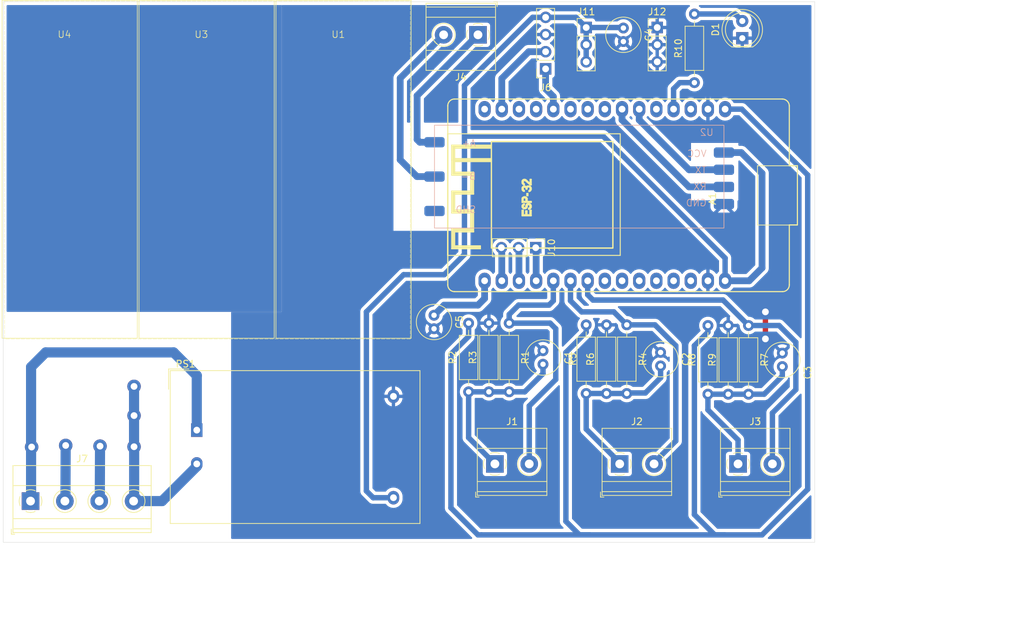
<source format=kicad_pcb>
(kicad_pcb (version 20240108) (generator "pcbnew") (generator_version "8.0")
  (layers (0 "F.Cu" signal) (31 "B.Cu" signal) (34 "B.Paste" user) (35 "F.Paste" user) (36 "B.SilkS" user "B.Silkscreen") (37 "F.SilkS" user "F.Silkscreen") (38 "B.Mask" user) (39 "F.Mask" user) (44 "Edge.Cuts" user))
  (net 0 "")
  (net 1 "D21{slash}SDA")
  (net 2 "DAC2{slash}ADC2_CH9{slash}D26")
  (net 3 "ADC1_CH4{slash}D32")
  (net 4 "ADC1_CH6{slash}D34")
  (net 5 "D2{slash}ADC2_CH2")
  (net 6 "D15{slash}ADC2_CH3")
  (net 7 "ADC1_CH3{slash}VN")
  (net 8 "RX0{slash}GPIO3")
  (net 9 "D5")
  (net 10 "ADC1_CH5{slash}D33")
  (net 11 "EN")
  (net 12 "D22{slash}SCL")
  (net 13 "D4{slash}ADC2_CH0")
  (net 14 "RX2{slash}GPIO16")
  (net 15 "GND")
  (net 16 "ADC1_CH0{slash}VP")
  (net 17 "+5V")
  (net 18 "D19")
  (net 19 "ADC2_CH5{slash}D12")
  (net 20 "D23")
  (net 21 "ADC1_CH7{slash}D35")
  (net 22 "ADC2_CH7{slash}D27")
  (net 23 "D18")
  (net 24 "+3.3V")
  (net 25 "DAC1{slash}ADC2_CH8{slash}D25")
  (net 26 "TX0{slash}GPIO1")
  (net 27 "ADC2_CH6{slash}D14")
  (net 28 "ADC2_CH4{slash}D13")
  (net 29 "TX2{slash}GPIO17")
  (net 30 "Net-(D1-Pad2)")
  (net 31 "V_L1")
  (net 32 "N")
  (net 34 "Net-(J1-Pin_1)")
  (net 35 "Net-(J2-Pin_1)")
  (net 36 "Net-(J3-Pin_1)")
  (net 37 "Net-(J4-Pin_1)")
  (net 38 "Net-(J4-Pin_2)")
  (net 39 "V_L3")
  (net 40 "V_L2")
  (footprint "Capacitor_THT:C_Radial_D5.0mm_H11.0mm_P2.00mm" (layer "F.Cu") (at 104.615 72.75 -90)
    (property "Reference" "C1" (at 1 -3.75 90) (layer "F.SilkS"))
    (property "Value" "10u")
    (pad "1" thru_hole circle (at 0 0 270) (size 1.6 1.6) (drill 0.8) (layers "*.Cu" "*.Mask") (net 15 "GND"))
    (pad "2" thru_hole circle (at 2 0 270) (size 1.6 1.6) (drill 0.8) (layers "*.Cu" "*.Mask") (net 34 "Net-(J1-Pin_1)"))
  )
  (footprint "TerminalBlock_Phoenix:TerminalBlock_Phoenix_MKDS-1,5-4-5.08_1x04_P5.08mm_Horizontal" (layer "F.Cu") (at 28.84 95)
    (property "Reference" "J7" (at 7.62 -6.26 0) (layer "F.SilkS"))
    (property "Value" "V_IN")
    (pad "1" thru_hole rect (at 0 0) (size 2.6 2.6) (drill 1.3) (layers "*.Cu" "*.Mask") (net 31 "V_L1"))
    (pad "2" thru_hole circle (at 5.08 0) (size 2.6 2.6) (drill 1.3) (layers "*.Cu" "*.Mask") (net 40 "V_L2"))
    (pad "3" thru_hole circle (at 10.16 0) (size 2.6 2.6) (drill 1.3) (layers "*.Cu" "*.Mask") (net 39 "V_L3"))
    (pad "4" thru_hole circle (at 15.24 0) (size 2.6 2.6) (drill 1.3) (layers "*.Cu" "*.Mask") (net 32 "N"))
  )
  (footprint "TerminalBlock_Phoenix:TerminalBlock_Phoenix_MKDS-1,5-2-5.08_1x02_P5.08mm_Horizontal" (layer "F.Cu") (at 115.955 89.5)
    (property "Reference" "J2" (at 2.54 -6.26 0) (layer "F.SilkS"))
    (property "Value" "EASTRON")
    (pad "1" thru_hole rect (at 0 0) (size 2.6 2.6) (drill 1.3) (layers "*.Cu" "*.Mask") (net 35 "Net-(J2-Pin_1)"))
    (pad "2" thru_hole circle (at 5.08 0) (size 2.6 2.6) (drill 1.3) (layers "*.Cu" "*.Mask") (net 3 "ADC1_CH4{slash}D32"))
  )
  (footprint "TerminalBlock_Phoenix:TerminalBlock_Phoenix_MKDS-1,5-2-5.08_1x02_P5.08mm_Horizontal" (layer "F.Cu") (at 95 26 180)
    (property "Reference" "J4" (at 2.54 -6.26 180) (layer "F.SilkS"))
    (property "Value" "EASTRON")
    (pad "1" thru_hole rect (at 0 0 180) (size 2.6 2.6) (drill 1.3) (layers "*.Cu" "*.Mask") (net 37 "Net-(J4-Pin_1)"))
    (pad "2" thru_hole circle (at 5.08 0 180) (size 2.6 2.6) (drill 1.3) (layers "*.Cu" "*.Mask") (net 38 "Net-(J4-Pin_2)"))
  )
  (footprint "Resistor_THT:R_Axial_DIN0207_L6.3mm_D2.5mm_P10.16mm_Horizontal" (layer "F.Cu") (at 111 79.08 90)
    (property "Reference" "R5" (at 5.08 -2 -90) (layer "F.SilkS"))
    (property "Value" "10K")
    (pad "1" thru_hole circle (at 0 0 90) (size 1.6 1.6) (drill 0.8) (layers "*.Cu" "*.Mask") (net 35 "Net-(J2-Pin_1)"))
    (pad "2" thru_hole oval (at 10.16 0 90) (size 1.6 1.6) (drill 0.8) (layers "*.Cu" "*.Mask") (net 24 "+3.3V"))
  )
  (footprint "Connector_PinSocket_2.54mm:PinSocket_1x04_P2.54mm_Vertical" (layer "F.Cu") (at 105 31.04 180)
    (property "Reference" "J6" (at 0 -2.77 180) (layer "F.SilkS"))
    (property "Value" "DISPLAY")
    (pad "1" thru_hole rect (at 0 0 180) (size 1.7 1.7) (drill 1) (layers "*.Cu" "*.Mask") (net 1 "D21{slash}SDA"))
    (pad "2" thru_hole oval (at 0 2.54 180) (size 1.7 1.7) (drill 1) (layers "*.Cu" "*.Mask") (net 12 "D22{slash}SCL"))
    (pad "3" thru_hole oval (at 0 5.08 180) (size 1.7 1.7) (drill 1) (layers "*.Cu" "*.Mask") (net 15 "GND"))
    (pad "4" thru_hole oval (at 0 7.62 180) (size 1.7 1.7) (drill 1) (layers "*.Cu" "*.Mask") (net 17 "+5V"))
  )
  (footprint "Resistor_THT:R_Axial_DIN0207_L6.3mm_D2.5mm_P10.16mm_Horizontal" (layer "F.Cu") (at 135 69.02 -90)
    (property "Reference" "R7" (at 5.08 -2.37 90) (layer "F.SilkS"))
    (property "Value" "22")
    (pad "1" thru_hole circle (at 0 0 270) (size 1.6 1.6) (drill 0.8) (layers "*.Cu" "*.Mask") (net 10 "ADC1_CH5{slash}D33"))
    (pad "2" thru_hole oval (at 10.16 0 270) (size 1.6 1.6) (drill 0.8) (layers "*.Cu" "*.Mask") (net 36 "Net-(J3-Pin_1)"))
  )
  (footprint "PCM_SL_Development_Boards:DOIT_ESP32_DEVKIT_30Pins" (layer "F.Cu") (at 131.54 37 -90)
    (property "Reference" "A1" (at 13.253071 1.86 90) (layer "F.SilkS"))
    (property "Value" "ESP32")
    (pad "1" thru_hole oval (at 0 0 180) (size 1.8 2.4) (drill 1) (layers "*.Cu" "*.Mask") (net 24 "+3.3V"))
    (pad "2" thru_hole oval (at 0 2.54 180) (size 1.8 2.4) (drill 1) (layers "*.Cu" "*.Mask") (net 15 "GND"))
    (pad "3" thru_hole oval (at 0 5.08 180) (size 1.8 2.4) (drill 1) (layers "*.Cu" "*.Mask") (net 6 "D15{slash}ADC2_CH3"))
    (pad "4" thru_hole oval (at 0 7.62 180) (size 1.8 2.4) (drill 1) (layers "*.Cu" "*.Mask") (net 5 "D2{slash}ADC2_CH2"))
    (pad "5" thru_hole oval (at 0 10.16 180) (size 1.8 2.4) (drill 1) (layers "*.Cu" "*.Mask") (net 13 "D4{slash}ADC2_CH0"))
    (pad "6" thru_hole oval (at 0 12.7 180) (size 1.8 2.4) (drill 1) (layers "*.Cu" "*.Mask") (net 14 "RX2{slash}GPIO16"))
    (pad "7" thru_hole oval (at 0 15.24 180) (size 1.8 2.4) (drill 1) (layers "*.Cu" "*.Mask") (net 29 "TX2{slash}GPIO17"))
    (pad "8" thru_hole oval (at 0 17.78 180) (size 1.8 2.4) (drill 1) (layers "*.Cu" "*.Mask") (net 9 "D5"))
    (pad "9" thru_hole oval (at 0 20.32 180) (size 1.8 2.4) (drill 1) (layers "*.Cu" "*.Mask") (net 23 "D18"))
    (pad "10" thru_hole oval (at 0 22.86 180) (size 1.8 2.4) (drill 1) (layers "*.Cu" "*.Mask") (net 18 "D19"))
    (pad "11" thru_hole oval (at 0 25.4 180) (size 1.8 2.4) (drill 1) (layers "*.Cu" "*.Mask") (net 1 "D21{slash}SDA"))
    (pad "12" thru_hole oval (at 0 27.94 180) (size 1.8 2.4) (drill 1) (layers "*.Cu" "*.Mask") (net 8 "RX0{slash}GPIO3"))
    (pad "13" thru_hole oval (at 0 30.48 180) (size 1.8 2.4) (drill 1) (layers "*.Cu" "*.Mask") (net 26 "TX0{slash}GPIO1"))
    (pad "14" thru_hole oval (at 0 33.02 180) (size 1.8 2.4) (drill 1) (layers "*.Cu" "*.Mask") (net 12 "D22{slash}SCL"))
    (pad "15" thru_hole oval (at 0 35.56 180) (size 1.8 2.4) (drill 1) (layers "*.Cu" "*.Mask") (net 20 "D23"))
    (pad "16" thru_hole oval (at 25.4 35.56 180) (size 1.8 2.4) (drill 1) (layers "*.Cu" "*.Mask") (net 11 "EN"))
    (pad "17" thru_hole oval (at 25.4 33.02 180) (size 1.8 2.4) (drill 1) (layers "*.Cu" "*.Mask") (net 16 "ADC1_CH0{slash}VP"))
    (pad "18" thru_hole oval (at 25.4 30.48 180) (size 1.8 2.4) (drill 1) (layers "*.Cu" "*.Mask") (net 7 "ADC1_CH3{slash}VN"))
    (pad "19" thru_hole oval (at 25.4 27.94 180) (size 1.8 2.4) (drill 1) (layers "*.Cu" "*.Mask") (net 4 "ADC1_CH6{slash}D34"))
    (pad "20" thru_hole oval (at 25.4 25.4 180) (size 1.8 2.4) (drill 1) (layers "*.Cu" "*.Mask") (net 21 "ADC1_CH7{slash}D35"))
    (pad "21" thru_hole oval (at 25.4 22.86 180) (size 1.8 2.4) (drill 1) (layers "*.Cu" "*.Mask") (net 3 "ADC1_CH4{slash}D32"))
    (pad "22" thru_hole oval (at 25.4 20.32 180) (size 1.8 2.4) (drill 1) (layers "*.Cu" "*.Mask") (net 10 "ADC1_CH5{slash}D33"))
    (pad "23" thru_hole oval (at 25.4 17.78 180) (size 1.8 2.4) (drill 1) (layers "*.Cu" "*.Mask") (net 25 "DAC1{slash}ADC2_CH8{slash}D25"))
    (pad "24" thru_hole oval (at 25.4 15.24 180) (size 1.8 2.4) (drill 1) (layers "*.Cu" "*.Mask") (net 2 "DAC2{slash}ADC2_CH9{slash}D26"))
    (pad "25" thru_hole oval (at 25.4 12.7 180) (size 1.8 2.4) (drill 1) (layers "*.Cu" "*.Mask") (net 22 "ADC2_CH7{slash}D27"))
    (pad "26" thru_hole oval (at 25.4 10.16 180) (size 1.8 2.4) (drill 1) (layers "*.Cu" "*.Mask") (net 27 "ADC2_CH6{slash}D14"))
    (pad "27" thru_hole oval (at 25.4 7.62 180) (size 1.8 2.4) (drill 1) (layers "*.Cu" "*.Mask") (net 19 "ADC2_CH5{slash}D12"))
    (pad "28" thru_hole oval (at 25.4 5.08 180) (size 1.8 2.4) (drill 1) (layers "*.Cu" "*.Mask") (net 28 "ADC2_CH4{slash}D13"))
    (pad "29" thru_hole oval (at 25.4 2.54 180) (size 1.8 2.4) (drill 1) (layers "*.Cu" "*.Mask") (net 15 "GND"))
    (pad "30" thru_hole oval (at 25.4 0 180) (size 1.8 2.4) (drill 1) (layers "*.Cu" "*.Mask") (net 17 "+5V"))
  )
  (footprint "Modules_Custom:ZMB101-SIZE" (layer "F.Cu") (at 24.575 70.9)
    (property "Reference" "U4" (at 9.275 -44.95 0) (layer "F.SilkS") (effects (font (thickness 0.1))))
    (property "Value" "ZMPT101B_MOD")
  )
  (footprint "TerminalBlock_Phoenix:TerminalBlock_Phoenix_MKDS-1,5-2-5.08_1x02_P5.08mm_Horizontal" (layer "F.Cu") (at 97.5 89.5)
    (property "Reference" "J1" (at 2.54 -6.26 0) (layer "F.SilkS"))
    (property "Value" "EASTRON")
    (pad "1" thru_hole rect (at 0 0) (size 2.6 2.6) (drill 1.3) (layers "*.Cu" "*.Mask") (net 34 "Net-(J1-Pin_1)"))
    (pad "2" thru_hole circle (at 5.08 0) (size 2.6 2.6) (drill 1.3) (layers "*.Cu" "*.Mask") (net 21 "ADC1_CH7{slash}D35"))
  )
  (footprint "Resistor_THT:R_Axial_DIN0207_L6.3mm_D2.5mm_P10.16mm_Horizontal" (layer "F.Cu") (at 93.615 78.83 90)
    (property "Reference" "R2" (at 5.08 -2.37 -90) (layer "F.SilkS"))
    (property "Value" "10K")
    (pad "1" thru_hole circle (at 0 0 90) (size 1.6 1.6) (drill 0.8) (layers "*.Cu" "*.Mask") (net 34 "Net-(J1-Pin_1)"))
    (pad "2" thru_hole oval (at 10.16 0 90) (size 1.6 1.6) (drill 0.8) (layers "*.Cu" "*.Mask") (net 24 "+3.3V"))
  )
  (footprint "Resistor_THT:R_Axial_DIN0207_L6.3mm_D2.5mm_P10.16mm_Horizontal" (layer "F.Cu") (at 127 33.08 90)
    (property "Reference" "R10" (at 5.08 -2.37 -90) (layer "F.SilkS"))
    (property "Value" "470")
    (pad "1" thru_hole circle (at 0 0 90) (size 1.6 1.6) (drill 0.8) (layers "*.Cu" "*.Mask") (net 5 "D2{slash}ADC2_CH2"))
    (pad "2" thru_hole oval (at 10.16 0 90) (size 1.6 1.6) (drill 0.8) (layers "*.Cu" "*.Mask") (net 30 "Net-(D1-Pad2)"))
  )
  (footprint "TerminalBlock_Phoenix:TerminalBlock_Phoenix_MKDS-1,5-2-5.08_1x02_P5.08mm_Horizontal" (layer "F.Cu") (at 133.455 89.5)
    (property "Reference" "J3" (at 2.54 -6.26 0) (layer "F.SilkS"))
    (property "Value" "EASTRON")
    (pad "1" thru_hole rect (at 0 0) (size 2.6 2.6) (drill 1.3) (layers "*.Cu" "*.Mask") (net 36 "Net-(J3-Pin_1)"))
    (pad "2" thru_hole circle (at 5.08 0) (size 2.6 2.6) (drill 1.3) (layers "*.Cu" "*.Mask") (net 10 "ADC1_CH5{slash}D33"))
  )
  (footprint "Capacitor_THT:C_Radial_D5.0mm_H11.0mm_P2.00mm" (layer "F.Cu") (at 88.5 67.5 -90)
    (property "Reference" "C5" (at 1 -3.75 90) (layer "F.SilkS"))
    (property "Value" "C")
    (pad "1" thru_hole circle (at 0 0 270) (size 1.6 1.6) (drill 0.8) (layers "*.Cu" "*.Mask") (net 11 "EN"))
    (pad "2" thru_hole circle (at 2 0 270) (size 1.6 1.6) (drill 0.8) (layers "*.Cu" "*.Mask") (net 15 "GND"))
  )
  (footprint "Resistor_THT:R_Axial_DIN0207_L6.3mm_D2.5mm_P10.16mm_Horizontal" (layer "F.Cu") (at 99.615 68.67 -90)
    (property "Reference" "R1" (at 5.08 -2.37 90) (layer "F.SilkS"))
    (property "Value" "22")
    (pad "1" thru_hole circle (at 0 0 270) (size 1.6 1.6) (drill 0.8) (layers "*.Cu" "*.Mask") (net 21 "ADC1_CH7{slash}D35"))
    (pad "2" thru_hole oval (at 10.16 0 270) (size 1.6 1.6) (drill 0.8) (layers "*.Cu" "*.Mask") (net 34 "Net-(J1-Pin_1)"))
  )
  (footprint "Converter_ACDC:Converter_ACDC_Hi-Link_HLK-PMxx" (layer "F.Cu") (at 53.42 84.5)
    (property "Reference" "PS1" (at -1.66 -9.79 0) (layer "F.SilkS"))
    (property "Value" "HLK-PM03")
    (pad "1" thru_hole rect (at 0 0) (size 1.7 2) (drill 1) (layers "*.Cu" "*.Mask") (net 31 "V_L1"))
    (pad "2" thru_hole oval (at 0 5) (size 1.7 2) (drill 1) (layers "*.Cu" "*.Mask") (net 32 "N"))
    (pad "3" thru_hole oval (at 29.08 -5) (size 1.7 2) (drill 1) (layers "*.Cu" "*.Mask") (net 15 "GND"))
    (pad "4" thru_hole oval (at 29.08 10) (size 1.7 2) (drill 1) (layers "*.Cu" "*.Mask") (net 17 "+5V"))
  )
  (footprint "Modules_Custom:ZMB101-SIZE" (layer "F.Cu") (at 44.825 70.9)
    (property "Reference" "U3" (at 9.275 -44.95 0) (layer "F.SilkS") (effects (font (thickness 0.1))))
    (property "Value" "ZMPT101B_MOD")
  )
  (footprint "Resistor_THT:R_Axial_DIN0207_L6.3mm_D2.5mm_P10.16mm_Horizontal" (layer "F.Cu") (at 132 79.18 90)
    (property "Reference" "R9" (at 5.08 -2.37 -90) (layer "F.SilkS"))
    (property "Value" "10K")
    (pad "1" thru_hole circle (at 0 0 90) (size 1.6 1.6) (drill 0.8) (layers "*.Cu" "*.Mask") (net 36 "Net-(J3-Pin_1)"))
    (pad "2" thru_hole oval (at 10.16 0 90) (size 1.6 1.6) (drill 0.8) (layers "*.Cu" "*.Mask") (net 15 "GND"))
  )
  (footprint "Capacitor_THT:C_Radial_D5.0mm_H11.0mm_P2.00mm" (layer "F.Cu") (at 116.5 25 -90)
    (property "Reference" "C4" (at 1 -3.75 90) (layer "F.SilkS"))
    (property "Value" "C")
    (pad "1" thru_hole circle (at 0 0 270) (size 1.6 1.6) (drill 0.8) (layers "*.Cu" "*.Mask") (net 17 "+5V"))
    (pad "2" thru_hole circle (at 2 0 270) (size 1.6 1.6) (drill 0.8) (layers "*.Cu" "*.Mask") (net 15 "GND"))
  )
  (footprint "Resistor_THT:R_Axial_DIN0207_L6.3mm_D2.5mm_P10.16mm_Horizontal" (layer "F.Cu") (at 117 68.92 -90)
    (property "Reference" "R4" (at 5.08 -2.37 90) (layer "F.SilkS"))
    (property "Value" "22")
    (pad "1" thru_hole circle (at 0 0 270) (size 1.6 1.6) (drill 0.8) (layers "*.Cu" "*.Mask") (net 3 "ADC1_CH4{slash}D32"))
    (pad "2" thru_hole oval (at 10.16 0 270) (size 1.6 1.6) (drill 0.8) (layers "*.Cu" "*.Mask") (net 35 "Net-(J2-Pin_1)"))
  )
  (footprint "Capacitor_THT:C_Radial_D5.0mm_H11.0mm_P2.00mm" (layer "F.Cu") (at 140 73.1 -90)
    (property "Reference" "C3" (at 2.9 -3.75 90) (layer "F.SilkS"))
    (property "Value" "10u")
    (pad "1" thru_hole circle (at 0 0 270) (size 1.6 1.6) (drill 0.8) (layers "*.Cu" "*.Mask") (net 15 "GND"))
    (pad "2" thru_hole circle (at 2 0 270) (size 1.6 1.6) (drill 0.8) (layers "*.Cu" "*.Mask") (net 36 "Net-(J3-Pin_1)"))
  )
  (footprint "LED_THT:LED_D5.0mm" (layer "F.Cu") (at 134.08 26.5 90)
    (property "Reference" "D1" (at 1.27 -3.96 -90) (layer "F.SilkS"))
    (property "Value" "LED")
    (pad "1" thru_hole rect (at 0 0 90) (size 1.8 1.8) (drill 0.9) (layers "*.Cu" "*.Mask") (net 15 "GND"))
    (pad "2" thru_hole circle (at 2.54 0 90) (size 1.8 1.8) (drill 0.9) (layers "*.Cu" "*.Mask") (net 30 "Net-(D1-Pad2)"))
  )
  (footprint "Connector_PinHeader_2.54mm:PinHeader_1x03_P2.54mm_Vertical" (layer "F.Cu") (at 121.5 24.92)
    (property "Reference" "J12" (at 0 -2.33 0) (layer "F.SilkS"))
    (property "Value" "V_IN")
    (pad "1" thru_hole rect (at 0 0) (size 1.7 1.7) (drill 1) (layers "*.Cu" "*.Mask") (net 15 "GND"))
    (pad "2" thru_hole oval (at 0 2.54) (size 1.7 1.7) (drill 1) (layers "*.Cu" "*.Mask") (net 15 "GND"))
    (pad "3" thru_hole oval (at 0 5.08) (size 1.7 1.7) (drill 1) (layers "*.Cu" "*.Mask") (net 15 "GND"))
  )
  (footprint "Modules_Custom:ZMB101-SIZE" (layer "F.Cu") (at 65.075 70.9)
    (property "Reference" "U1" (at 9.275 -44.95 0) (layer "F.SilkS") (effects (font (thickness 0.1))))
    (property "Value" "ZMPT101B_MOD")
  )
  (footprint "Resistor_THT:R_Axial_DIN0207_L6.3mm_D2.5mm_P10.16mm_Horizontal" (layer "F.Cu") (at 114 79.08 90)
    (property "Reference" "R6" (at 5.08 -2.37 -90) (layer "F.SilkS"))
    (property "Value" "10K")
    (pad "1" thru_hole circle (at 0 0 90) (size 1.6 1.6) (drill 0.8) (layers "*.Cu" "*.Mask") (net 35 "Net-(J2-Pin_1)"))
    (pad "2" thru_hole oval (at 10.16 0 90) (size 1.6 1.6) (drill 0.8) (layers "*.Cu" "*.Mask") (net 15 "GND"))
  )
  (footprint "Resistor_THT:R_Axial_DIN0207_L6.3mm_D2.5mm_P10.16mm_Horizontal" (layer "F.Cu") (at 96.615 78.83 90)
    (property "Reference" "R3" (at 5.08 -2.37 -90) (layer "F.SilkS"))
    (property "Value" "10K")
    (pad "1" thru_hole circle (at 0 0 90) (size 1.6 1.6) (drill 0.8) (layers "*.Cu" "*.Mask") (net 34 "Net-(J1-Pin_1)"))
    (pad "2" thru_hole oval (at 10.16 0 90) (size 1.6 1.6) (drill 0.8) (layers "*.Cu" "*.Mask") (net 15 "GND"))
  )
  (footprint "Capacitor_THT:C_Radial_D5.0mm_H11.0mm_P2.00mm" (layer "F.Cu") (at 122 73 -90)
    (property "Reference" "C2" (at 1 -3.75 90) (layer "F.SilkS"))
    (property "Value" "10u")
    (pad "1" thru_hole circle (at 0 0 270) (size 1.6 1.6) (drill 0.8) (layers "*.Cu" "*.Mask") (net 15 "GND"))
    (pad "2" thru_hole circle (at 2 0 270) (size 1.6 1.6) (drill 0.8) (layers "*.Cu" "*.Mask") (net 35 "Net-(J2-Pin_1)"))
  )
  (footprint "Connector_PinHeader_2.54mm:PinHeader_1x03_P2.54mm_Vertical" (layer "F.Cu") (at 103.54 57.5 -90)
    (property "Reference" "J10" (at 0 -2.33 90) (layer "F.SilkS"))
    (property "Value" "V_IN")
    (pad "1" thru_hole rect (at 0 0 270) (size 1.7 1.7) (drill 1) (layers "*.Cu" "*.Mask") (net 4 "ADC1_CH6{slash}D34"))
    (pad "2" thru_hole oval (at 0 2.54 270) (size 1.7 1.7) (drill 1) (layers "*.Cu" "*.Mask") (net 7 "ADC1_CH3{slash}VN"))
    (pad "3" thru_hole oval (at 0 5.08 270) (size 1.7 1.7) (drill 1) (layers "*.Cu" "*.Mask") (net 16 "ADC1_CH0{slash}VP"))
  )
  (footprint "Connector_PinHeader_2.54mm:PinHeader_1x03_P2.54mm_Vertical" (layer "F.Cu") (at 111 24.92)
    (property "Reference" "J11" (at 0 -2.33 0) (layer "F.SilkS"))
    (property "Value" "V_IN")
    (pad "1" thru_hole rect (at 0 0) (size 1.7 1.7) (drill 1) (layers "*.Cu" "*.Mask") (net 17 "+5V"))
    (pad "2" thru_hole oval (at 0 2.54) (size 1.7 1.7) (drill 1) (layers "*.Cu" "*.Mask") (net 17 "+5V"))
    (pad "3" thru_hole oval (at 0 5.08) (size 1.7 1.7) (drill 1) (layers "*.Cu" "*.Mask") (net 17 "+5V"))
  )
  (footprint "Resistor_THT:R_Axial_DIN0207_L6.3mm_D2.5mm_P10.16mm_Horizontal" (layer "F.Cu") (at 129 79.18 90)
    (property "Reference" "R8" (at 5.08 -2.37 -90) (layer "F.SilkS"))
    (property "Value" "10K")
    (pad "1" thru_hole circle (at 0 0 90) (size 1.6 1.6) (drill 0.8) (layers "*.Cu" "*.Mask") (net 36 "Net-(J3-Pin_1)"))
    (pad "2" thru_hole oval (at 10.16 0 90) (size 1.6 1.6) (drill 0.8) (layers "*.Cu" "*.Mask") (net 24 "+3.3V"))
  )
  (footprint "Modules_Custom:XY-017" (layer "B.Cu") (at 88.5675 46.9875 180)
    (property "Reference" "U2" (at -40.25 6.55 0) (layer "B.SilkS") (effects (font (thickness 0.1)) (justify mirror)))
    (property "Value" "XY-017")
    (fp_text user "A+" (at -6.2 4.35 0) (layer "B.SilkS") (effects (font (thickness 0.1)) (justify left bottom mirror)))
    (fp_text user "TX" (at -40.3 0.391667 0) (layer "B.SilkS") (effects (font (thickness 0.1)) (justify left bottom mirror)))
    (fp_text user "GND" (at -40.3 -4.475 0) (layer "B.SilkS") (effects (font (thickness 0.1)) (justify left bottom mirror)))
    (fp_text user "SHD" (at -6.2 -5.45 0) (layer "B.SilkS") (effects (font (thickness 0.1)) (justify left bottom mirror)))
    (fp_text user "B-" (at -6.2 -0.55 0) (layer "B.SilkS") (effects (font (thickness 0.1)) (justify left bottom mirror)))
    (fp_text user "RX" (at -40.3 -2.041666 0) (layer "B.SilkS") (effects (font (thickness 0.1)) (justify left bottom mirror)))
    (fp_text user "VCC" (at -40.3 2.825 0) (layer "B.SilkS") (effects (font (thickness 0.1)) (justify left bottom mirror)))
    (pad "1" smd roundrect (at 0 -5.08 180) (size 3 1.524) (layers "B.Cu" "B.Paste" "B.Mask"))
    (pad "2" smd roundrect (at 0 0.01 180) (size 3 1.524) (layers "B.Cu" "B.Paste" "B.Mask") (net 38 "Net-(J4-Pin_2)"))
    (pad "3" smd roundrect (at 0 5.09 180) (size 3 1.524) (layers "B.Cu" "B.Paste" "B.Mask") (net 37 "Net-(J4-Pin_1)"))
    (pad "4" smd roundrect (at -42.8 -4.06 180) (size 3 1.524) (layers "B.Cu" "B.Paste" "B.Mask") (net 15 "GND"))
    (pad "5" smd roundrect (at -42.8 3.56 180) (size 3 1.524) (layers "B.Cu" "B.Paste" "B.Mask") (net 17 "+5V"))
    (pad "6" smd roundrect (at -42.8 -1.52 180) (size 3 1.524) (layers "B.Cu" "B.Paste" "B.Mask") (net 29 "TX2{slash}GPIO17"))
    (pad "7" smd roundrect (at -42.8 1.02 180) (size 3 1.524) (layers "B.Cu" "B.Paste" "B.Mask") (net 14 "RX2{slash}GPIO16"))
  )
  (gr_rect (start 25 21) (end 85 71) (stroke (width 0.05) (type dash)) (fill none) (layer "F.SilkS"))
  (gr_rect (start 24.8 21.1) (end 144.8 101.1) (stroke (width 0.05)) (fill none) (layer "Edge.Cuts"))
  (segment (start 106.14 37) (end 106.14 35.14) (width 1) (layer "B.Cu") (net 1))
  (segment (start 106.14 35.14) (end 105 34) (width 1) (layer "B.Cu") (net 1))
  (segment (start 105 34) (end 105 31.04) (width 1) (layer "B.Cu") (net 1))
  (segment (start 124.25 86.09) (end 121.035 89.305) (width 0.8) (layer "B.Cu") (net 3))
  (segment (start 124.25 72) (end 124.25 86.09) (width 0.8) (layer "B.Cu") (net 3))
  (segment (start 115.08 67) (end 110.32 67) (width 0.8) (layer "B.Cu") (net 3))
  (segment (start 108.68 65.36) (end 108.68 62.4) (width 0.8) (layer "B.Cu") (net 3))
  (segment (start 117 68.92) (end 121.17 68.92) (width 0.8) (layer "B.Cu") (net 3))
  (segment (start 121.17 68.92) (end 124.25 72) (width 0.8) (layer "B.Cu") (net 3))
  (segment (start 117 68.92) (end 115.08 67) (width 0.8) (layer "B.Cu") (net 3))
  (segment (start 110.32 67) (end 108.68 65.36) (width 0.8) (layer "B.Cu") (net 3))
  (segment (start 103.6 57.56) (end 103.54 57.5) (width 1) (layer "B.Cu") (net 4))
  (segment (start 103.6 62.4) (end 103.6 57.56) (width 1) (layer "B.Cu") (net 4))
  (segment (start 123.92 34) (end 124.84 33.08) (width 0.8) (layer "B.Cu") (net 5))
  (segment (start 124.84 33.08) (end 127 33.08) (width 0.8) (layer "B.Cu") (net 5))
  (segment (start 123.92 34) (end 123.92 37) (width 0.8) (layer "B.Cu") (net 5))
  (segment (start 101.06 57.56) (end 101 57.5) (width 1) (layer "B.Cu") (net 7))
  (segment (start 101.06 62.4) (end 101.06 57.56) (width 1) (layer "B.Cu") (net 7))
  (segment (start 139.52 69.02) (end 135 69.02) (width 0.8) (layer "B.Cu") (net 10))
  (segment (start 142 78.5) (end 142 71.5) (width 0.8) (layer "B.Cu") (net 10))
  (segment (start 138.535 88.805) (end 138.535 81.965) (width 0.8) (layer "B.Cu") (net 10))
  (segment (start 131.23 65.25) (end 135 69.02) (width 0.8) (layer "B.Cu") (net 10))
  (segment (start 111.22 64.47) (end 112 65.25) (width 0.8) (layer "B.Cu") (net 10))
  (segment (start 142 71.5) (end 139.52 69.02) (width 0.8) (layer "B.Cu") (net 10))
  (segment (start 111.22 62.4) (end 111.22 64.47) (width 0.8) (layer "B.Cu") (net 10))
  (segment (start 112 65.25) (end 131.23 65.25) (width 0.8) (layer "B.Cu") (net 10))
  (segment (start 138.535 81.965) (end 142 78.5) (width 0.8) (layer "B.Cu") (net 10))
  (segment (start 88.5 67.5) (end 90 66) (width 1) (layer "B.Cu") (net 11))
  (segment (start 95 66) (end 95.98 65.02) (width 1) (layer "B.Cu") (net 11))
  (segment (start 95.98 65.02) (end 95.98 62.4) (width 1) (layer "B.Cu") (net 11))
  (segment (start 90 66) (end 95 66) (width 1) (layer "B.Cu") (net 11))
  (segment (start 98.52 37) (end 98.52 32.48) (width 1) (layer "B.Cu") (net 12))
  (segment (start 102.5 28.5) (end 105 28.5) (width 1) (layer "B.Cu") (net 12))
  (segment (start 98.52 32.48) (end 102.5 28.5) (width 1) (layer "B.Cu") (net 12))
  (segment (start 118.84 38.6) (end 118.84 37) (width 1) (layer "B.Cu") (net 14))
  (segment (start 126.2075 45.9675) (end 118.84 38.6) (width 1) (layer "B.Cu") (net 14))
  (segment (start 131.3675 45.9675) (end 126.2075 45.9675) (width 1) (layer "B.Cu") (net 14))
  (segment (start 137.5 71) (end 137.5 67) (width 0.8) (layer "F.Cu") (net 15))
  (via (at 137.5 67) (size 2) (drill 1) (layers "F.Cu" "B.Cu") (net 15))
  (via (at 137.5 71) (size 2) (drill 1) (layers "F.Cu" "B.Cu") (net 15))
  (segment (start 98.52 57.56) (end 98.46 57.5) (width 1) (layer "B.Cu") (net 16))
  (segment (start 98.52 62.4) (end 98.52 57.56) (width 1) (layer "B.Cu") (net 16))
  (segment (start 93.5 41) (end 113.5 41) (width 0.8) (layer "B.Cu") (net 17))
  (segment (start 105 23.42) (end 109.5 23.42) (width 0.8) (layer "B.Cu") (net 17))
  (segment (start 137 46.5) (end 137 60.5) (width 1) (layer "B.Cu") (net 17))
  (segment (start 131.54 59.04) (end 131.54 62.4) (width 0.8) (layer "B.Cu") (net 17))
  (segment (start 78.5 67) (end 78.5 93.5) (width 0.8) (layer "B.Cu") (net 17))
  (segment (start 111 24.92) (end 111 30) (width 0.8) (layer "B.Cu") (net 17))
  (segment (start 90 61.5) (end 84 61.5) (width 0.8) (layer "B.Cu") (net 17))
  (segment (start 135.1 62.4) (end 131.54 62.4) (width 1) (layer "B.Cu") (net 17))
  (segment (start 137 60.5) (end 135.1 62.4) (width 1) (layer "B.Cu") (net 17))
  (segment (start 79.5 94.5) (end 82.5 94.5) (width 0.8) (layer "B.Cu") (net 17))
  (segment (start 116.42 24.92) (end 116.5 25) (width 0.8) (layer "B.Cu") (net 17))
  (segment (start 93 58.5) (end 90 61.5) (width 0.8) (layer "B.Cu") (net 17))
  (segment (start 131.3675 43.4275) (end 133.9275 43.4275) (width 1) (layer "B.Cu") (net 17))
  (segment (start 93 33.5) (end 103.08 23.42) (width 0.8) (layer "B.Cu") (net 17))
  (segment (start 93 39.5) (end 93 58.5) (width 0.8) (layer "B.Cu") (net 17))
  (segment (start 111 24.92) (end 116.42 24.92) (width 0.8) (layer "B.Cu") (net 17))
  (segment (start 109.5 23.42) (end 111 24.92) (width 0.8) (layer "B.Cu") (net 17))
  (segment (start 93 39.5) (end 93 33.5) (width 0.8) (layer "B.Cu") (net 17))
  (segment (start 84 61.5) (end 78.5 67) (width 0.8) (layer "B.Cu") (net 17))
  (segment (start 113.5 41) (end 131.54 59.04) (width 0.8) (layer "B.Cu") (net 17))
  (segment (start 93 40.5) (end 93 39.5) (width 0.8) (layer "B.Cu") (net 17))
  (segment (start 133.9275 43.4275) (end 137 46.5) (width 1) (layer "B.Cu") (net 17))
  (segment (start 78.5 93.5) (end 79.5 94.5) (width 0.8) (layer "B.Cu") (net 17))
  (segment (start 103.08 23.42) (end 105 23.42) (width 0.8) (layer "B.Cu") (net 17))
  (segment (start 106.14 65.36) (end 106.14 62.4) (width 0.8) (layer "B.Cu") (net 21))
  (segment (start 101 66) (end 105.5 66) (width 0.8) (layer "B.Cu") (net 21))
  (segment (start 99.615 67.385) (end 101 66) (width 0.8) (layer "B.Cu") (net 21))
  (segment (start 106.5 69.5) (end 106.5 77) (width 0.8) (layer "B.Cu") (net 21))
  (segment (start 102.58 80.92) (end 102.58 89.5) (width 0.8) (layer "B.Cu") (net 21))
  (segment (start 106.5 77) (end 102.58 80.92) (width 0.8) (layer "B.Cu") (net 21))
  (segment (start 99.615 68.67) (end 99.615 67.385) (width 0.8) (layer "B.Cu") (net 21))
  (segment (start 105.5 66) (end 106.14 65.36) (width 0.8) (layer "B.Cu") (net 21))
  (segment (start 99.615 68.67) (end 105.67 68.67) (width 0.8) (layer "B.Cu") (net 21))
  (segment (start 105.67 68.67) (end 106.5 69.5) (width 0.8) (layer "B.Cu") (net 21))
  (segment (start 111.5 100) (end 110 100) (width 0.8) (layer "B.Cu") (net 24))
  (segment (start 129 70) (end 129 69.02) (width 0.8) (layer "B.Cu") (net 24))
  (segment (start 131.54 37) (end 134 37) (width 0.8) (layer "B.Cu") (net 24))
  (segment (start 93.615 70.635) (end 93.615 68.67) (width 0.8) (layer "B.Cu") (net 24))
  (segment (start 108 73) (end 111 70) (width 0.8) (layer "B.Cu") (net 24))
  (segment (start 95 100) (end 91 96) (width 0.8) (layer "B.Cu") (net 24))
  (segment (start 91 96) (end 91 73.25) (width 0.8) (layer "B.Cu") (net 24))
  (segment (start 108 98) (end 108 73) (width 0.8) (layer "B.Cu") (net 24))
  (segment (start 95.5 100) (end 95 100) (width 0.8) (layer "B.Cu") (net 24))
  (segment (start 137 100) (end 136.525 100) (width 0.8) (layer "B.Cu") (net 24))
  (segment (start 91 73.25) (end 93.615 70.635) (width 0.8) (layer "B.Cu") (net 24))
  (segment (start 143.75 93.25) (end 137 100) (width 0.8) (layer "B.Cu") (net 24))
  (segment (start 110 100) (end 108 98) (width 0.8) (layer "B.Cu") (net 24))
  (segment (start 134 37) (end 143.75 46.75) (width 0.8) (layer "B.Cu") (net 24))
  (segment (start 111 70) (end 111 68.92) (width 0.8) (layer "B.Cu") (net 24))
  (segment (start 143.75 46.75) (end 143.75 93.25) (width 0.8) (layer "B.Cu") (net 24))
  (segment (start 131.5 100) (end 130 100) (width 0.8) (layer "B.Cu") (net 24))
  (segment (start 111.5 100) (end 95.5 100) (width 0.8) (layer "B.Cu") (net 24))
  (segment (start 130 100) (end 127 97) (width 0.8) (layer "B.Cu") (net 24))
  (segment (start 127 72) (end 129 70) (width 0.8) (layer "B.Cu") (net 24))
  (segment (start 136.525 100) (end 129.5 100) (width 0.8) (layer "B.Cu") (net 24))
  (segment (start 129.5 100) (end 111.5 100) (width 0.8) (layer "B.Cu") (net 24))
  (segment (start 127 97) (end 127 72) (width 0.8) (layer "B.Cu") (net 24))
  (segment (start 131.3675 48.5075) (end 126.2075 48.5075) (width 1) (layer "B.Cu") (net 29))
  (segment (start 116.3 38.6) (end 116.3 37) (width 1) (layer "B.Cu") (net 29))
  (segment (start 126.2075 48.5075) (end 116.3 38.6) (width 1) (layer "B.Cu") (net 29))
  (segment (start 133.04 22.92) (end 134.08 23.96) (width 0.8) (layer "B.Cu") (net 30))
  (segment (start 127 22.92) (end 133.04 22.92) (width 0.8) (layer "B.Cu") (net 30))
  (via (at 29 87) (size 2) (drill 1) (layers "F.Cu" "B.Cu") (net 31))
  (segment (start 28.92 95) (end 28.92 75.16) (width 1.5) (layer "B.Cu") (net 31))
  (segment (start 31.08 73) (end 50 73) (width 1.5) (layer "B.Cu") (net 31))
  (segment (start 28.92 75.16) (end 31.08 73) (width 1.5) (layer "B.Cu") (net 31))
  (segment (start 53.42 76.42) (end 53.42 84.5) (width 1.5) (layer "B.Cu") (net 31))
  (segment (start 50 73) (end 53.42 76.42) (width 1.5) (layer "B.Cu") (net 31))
  (via (at 44.1452 82.3468) (size 2) (drill 1) (layers "F.Cu" "B.Cu") (net 32))
  (via (at 44.1452 78.0288) (size 2) (drill 1) (layers "F.Cu" "B.Cu") (net 32))
  (via (at 44.1452 86.9548) (size 2) (drill 1) (layers "F.Cu" "B.Cu") (net 32))
  (segment (start 44.16 86.9696) (end 44.1452 86.9548) (width 1.5) (layer "B.Cu") (net 32))
  (segment (start 44.16 95) (end 44.16 86.9696) (width 1.5) (layer "B.Cu") (net 32))
  (segment (start 48.285 95) (end 44.16 95) (width 1.5) (layer "B.Cu") (net 32))
  (segment (start 44.1452 78.0288) (end 44.16 78.16) (width 1.5) (layer "B.Cu") (net 32))
  (segment (start 53.42 89.5) (end 53.42 89.865) (width 1.5) (layer "B.Cu") (net 32))
  (segment (start 44.1452 82.3468) (end 44.1452 78.0288) (width 1.5) (layer "B.Cu") (net 32))
  (segment (start 44.1452 86.9548) (end 44.1452 82.3468) (width 1.5) (layer "B.Cu") (net 32))
  (segment (start 53.42 89.865) (end 48.285 95) (width 1.5) (layer "B.Cu") (net 32))
  (segment (start 93.615 78.83) (end 93.615 85.615) (width 0.8) (layer "B.Cu") (net 34))
  (segment (start 93.615 78.83) (end 99.615 78.83) (width 0.8) (layer "B.Cu") (net 34))
  (segment (start 101.92 78.83) (end 104.615 76.135) (width 0.8) (layer "B.Cu") (net 34))
  (segment (start 93.615 85.615) (end 97.5 89.5) (width 0.8) (layer "B.Cu") (net 34))
  (segment (start 104.615 76.135) (end 104.615 74.75) (width 0.8) (layer "B.Cu") (net 34))
  (segment (start 99.615 78.83) (end 101.92 78.83) (width 0.8) (layer "B.Cu") (net 34))
  (segment (start 116.92 79.08) (end 117 79) (width 0.8) (layer "B.Cu") (net 35))
  (segment (start 117 79) (end 119.75 79) (width 0.8) (layer "B.Cu") (net 35))
  (segment (start 111 84.35) (end 115.955 89.305) (width 0.8) (layer "B.Cu") (net 35))
  (segment (start 122 76.75) (end 122 75) (width 0.8) (layer "B.Cu") (net 35))
  (segment (start 111 79.08) (end 116.92 79.08) (width 0.8) (layer "B.Cu") (net 35))
  (segment (start 119.75 79) (end 122 76.75) (width 0.8) (layer "B.Cu") (net 35))
  (segment (start 111 79.08) (end 111 84.35) (width 0.8) (layer "B.Cu") (net 35))
  (segment (start 137.32 79.18) (end 140 76.5) (width 0.8) (layer "B.Cu") (net 36))
  (segment (start 140 76.5) (end 140 75.1) (width 0.8) (layer "B.Cu") (net 36))
  (segment (start 129 81.5) (end 133.455 85.955) (width 0.8) (layer "B.Cu") (net 36))
  (segment (start 129 79.18) (end 129 81.5) (width 0.8) (layer "B.Cu") (net 36))
  (segment (start 133.455 85.955) (end 133.455 88.805) (width 0.8) (layer "B.Cu") (net 36))
  (segment (start 129 79.18) (end 135 79.18) (width 0.8) (layer "B.Cu") (net 36))
  (segment (start 135 79.18) (end 137.32 79.18) (width 0.8) (layer "B.Cu") (net 36))
  (segment (start 86 41.5) (end 86 35) (width 1) (layer "B.Cu") (net 37))
  (segment (start 88.5675 41.8975) (end 86.3975 41.8975) (width 1) (layer "B.Cu") (net 37))
  (segment (start 86.3975 41.8975) (end 86 41.5) (width 1) (layer "B.Cu") (net 37))
  (segment (start 86 35) (end 95 26) (width 1) (layer "B.Cu") (net 37))
  (segment (start 83.5 44.5) (end 83.5 32.42) (width 1) (layer "B.Cu") (net 38))
  (segment (start 83.5 32.42) (end 89.92 26) (width 1) (layer "B.Cu") (net 38))
  (segment (start 85.9775 46.9775) (end 83.5 44.5) (width 1) (layer "B.Cu") (net 38))
  (segment (start 88.5675 46.9775) (end 85.9775 46.9775) (width 1) (layer "B.Cu") (net 38))
  (via (at 39.116 86.868) (size 2) (drill 1) (layers "F.Cu" "B.Cu") (net 39))
  (segment (start 39.116 86.868) (end 39.08 87.08) (width 1.5) (layer "B.Cu") (net 39))
  (segment (start 39.08 95) (end 39.116 86.868) (width 1.5) (layer "B.Cu") (net 39))
  (via (at 34.036 86.7664) (size 2) (drill 1) (layers "F.Cu" "B.Cu") (net 40))
  (segment (start 34.036 86.7664) (end 34 87) (width 1.5) (layer "B.Cu") (net 40))
  (segment (start 34 95) (end 34.036 86.7664) (width 1.5) (layer "B.Cu") (net 40))
  (zone (net 15) (net_name "GND") (layer "B.Cu") (connect_pads (clearance 0.5)) (min_thickness 0.25) (fill yes (thermal_gap 0.5) (thermal_bridge_width 0.5) (island_removal_mode 1) (island_area_min 10))
    (polygon (pts (xy 58.5 101) (xy 58.5 21) (xy 145 21) (xy 145 101)))
  )
  (zone (net 0) (net_name "") (layer "B.Cu") (connect_pads (clearance 0)) (min_thickness 0.25)
    (keepout (tracks allowed) (vias allowed) (pads allowed) (copperpour not_allowed) (footprints allowed))
    (fill (thermal_gap 0.5) (thermal_bridge_width 0.5))
    (polygon (pts (xy 126.5 42) (xy 133.5 42) (xy 133.5 50.5) (xy 126.5 50.5)))
  )
  (zone (net 0) (net_name "") (layer "B.Cu") (connect_pads (clearance 0)) (min_thickness 0.25)
    (keepout (tracks allowed) (vias allowed) (pads allowed) (copperpour not_allowed) (footprints allowed))
    (fill (thermal_gap 0.5) (thermal_bridge_width 0.5))
    (polygon (pts (xy 82.5 39) (xy 93 39) (xy 93 55) (xy 82.5 55)))
  )
  (zone (net 15) (net_name "GND") (layer "B.Cu") (priority 1) (connect_pads (clearance 0.5)) (min_thickness 0.25) (fill yes (thermal_gap 0.5) (thermal_bridge_width 0.5))
    (polygon (pts (xy 25 21) (xy 66 21) (xy 66 67) (xy 25 67)))
  )
)
</source>
